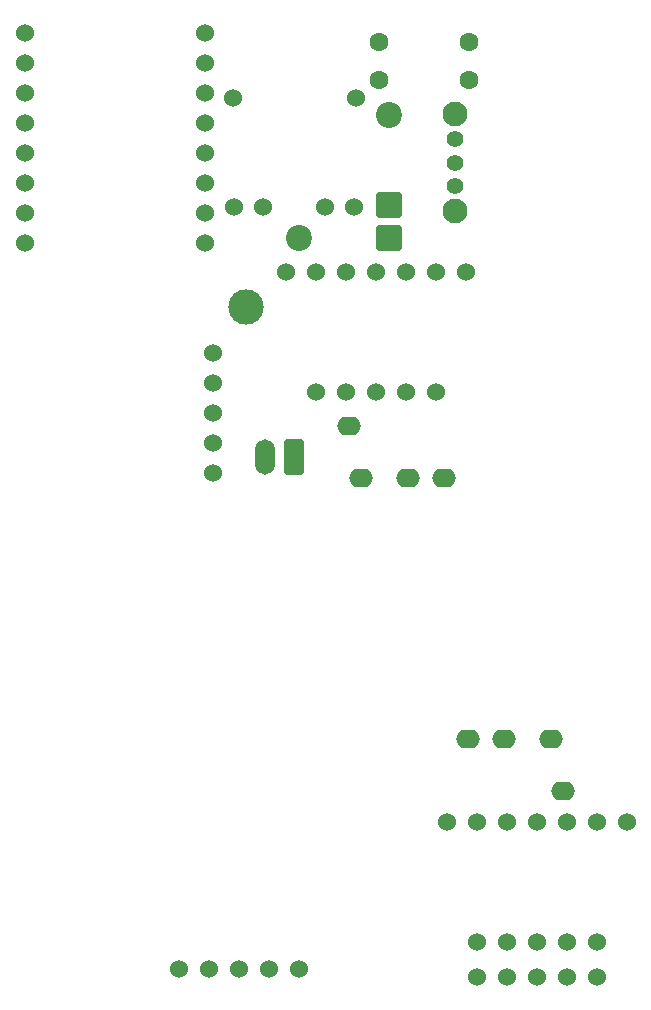
<source format=gts>
G04 #@! TF.GenerationSoftware,KiCad,Pcbnew,9.0.2*
G04 #@! TF.CreationDate,2025-07-09T02:03:57-04:00*
G04 #@! TF.ProjectId,FBT,4642542e-6b69-4636-9164-5f7063625858,rev?*
G04 #@! TF.SameCoordinates,Original*
G04 #@! TF.FileFunction,Soldermask,Top*
G04 #@! TF.FilePolarity,Negative*
%FSLAX46Y46*%
G04 Gerber Fmt 4.6, Leading zero omitted, Abs format (unit mm)*
G04 Created by KiCad (PCBNEW 9.0.2) date 2025-07-09 02:03:57*
%MOMM*%
%LPD*%
G01*
G04 APERTURE LIST*
G04 Aperture macros list*
%AMRoundRect*
0 Rectangle with rounded corners*
0 $1 Rounding radius*
0 $2 $3 $4 $5 $6 $7 $8 $9 X,Y pos of 4 corners*
0 Add a 4 corners polygon primitive as box body*
4,1,4,$2,$3,$4,$5,$6,$7,$8,$9,$2,$3,0*
0 Add four circle primitives for the rounded corners*
1,1,$1+$1,$2,$3*
1,1,$1+$1,$4,$5*
1,1,$1+$1,$6,$7*
1,1,$1+$1,$8,$9*
0 Add four rect primitives between the rounded corners*
20,1,$1+$1,$2,$3,$4,$5,0*
20,1,$1+$1,$4,$5,$6,$7,0*
20,1,$1+$1,$6,$7,$8,$9,0*
20,1,$1+$1,$8,$9,$2,$3,0*%
G04 Aperture macros list end*
%ADD10C,1.524000*%
%ADD11RoundRect,0.249999X0.850001X-0.850001X0.850001X0.850001X-0.850001X0.850001X-0.850001X-0.850001X0*%
%ADD12C,2.200000*%
%ADD13O,2.000000X1.600000*%
%ADD14RoundRect,0.249999X0.850001X0.850001X-0.850001X0.850001X-0.850001X-0.850001X0.850001X-0.850001X0*%
%ADD15C,2.100000*%
%ADD16C,1.400000*%
%ADD17RoundRect,0.250000X0.600000X1.250000X-0.600000X1.250000X-0.600000X-1.250000X0.600000X-1.250000X0*%
%ADD18O,1.700000X3.000000*%
%ADD19C,1.600000*%
%ADD20C,3.000000*%
G04 APERTURE END LIST*
D10*
X159300000Y-56800000D03*
X148900000Y-56800000D03*
X149000000Y-66000000D03*
X151500000Y-66000000D03*
X156700000Y-66000000D03*
X159200000Y-66000000D03*
X131316004Y-51261392D03*
X131316004Y-53801392D03*
X131316004Y-56341392D03*
X131316004Y-58881392D03*
X131316004Y-61421392D03*
X131316004Y-63961392D03*
X131316004Y-66501392D03*
X131276004Y-69041392D03*
X146516004Y-69041392D03*
X146516004Y-66501392D03*
X146516004Y-63961392D03*
X146516004Y-61421392D03*
X146516004Y-58881392D03*
X146516004Y-56341392D03*
X146516004Y-53801392D03*
X146516004Y-51261392D03*
D11*
X162100000Y-65800000D03*
D12*
X162100000Y-58180000D03*
D13*
X175850000Y-111000000D03*
X171850000Y-111000000D03*
X168850000Y-111000000D03*
X176850000Y-115400000D03*
D14*
X162100000Y-68600000D03*
D12*
X154480000Y-68600000D03*
D13*
X159755000Y-88900000D03*
X163755000Y-88900000D03*
X166755000Y-88900000D03*
X158755000Y-84500000D03*
D15*
X167700000Y-66350000D03*
X167700000Y-58150000D03*
D16*
X167700000Y-64250000D03*
X167700000Y-62250000D03*
X167700000Y-60250000D03*
D17*
X154100000Y-87200000D03*
D18*
X151600000Y-87200000D03*
D10*
X147200000Y-88480000D03*
X147200000Y-85940000D03*
X147200000Y-83400000D03*
X147200000Y-80860000D03*
X147200000Y-78320000D03*
X182260000Y-118100000D03*
X179720000Y-118100000D03*
X177180000Y-118100000D03*
X174640000Y-118100000D03*
X172100000Y-118100000D03*
X169560000Y-118100000D03*
X167020000Y-118100000D03*
X169560000Y-128260000D03*
X172100000Y-128260000D03*
X174640000Y-128260000D03*
X177180000Y-128260000D03*
X179720000Y-128260000D03*
X154524000Y-130476000D03*
X151984000Y-130476000D03*
X149444000Y-130476000D03*
X146904000Y-130476000D03*
X144364000Y-130476000D03*
X168640000Y-71500000D03*
X166100000Y-71500000D03*
X163560000Y-71500000D03*
X161020000Y-71500000D03*
X158480000Y-71500000D03*
X155940000Y-71500000D03*
X153400000Y-71500000D03*
X155940000Y-81660000D03*
X158480000Y-81660000D03*
X161020000Y-81660000D03*
X163560000Y-81660000D03*
X166100000Y-81660000D03*
D19*
X168870000Y-55200000D03*
X161250000Y-55200000D03*
X161280000Y-52000000D03*
X168900000Y-52000000D03*
D10*
X179720000Y-131180000D03*
X177180000Y-131180000D03*
X174640000Y-131180000D03*
X172100000Y-131180000D03*
X169560000Y-131180000D03*
D20*
X150000000Y-74500000D03*
M02*

</source>
